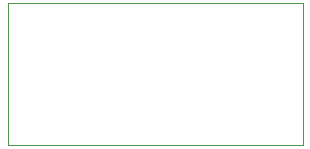
<source format=gbr>
%TF.GenerationSoftware,KiCad,Pcbnew,9.0.1*%
%TF.CreationDate,2025-05-30T03:40:45-05:00*%
%TF.ProjectId,ME433HW15,4d453433-3348-4573-9135-2e6b69636164,rev?*%
%TF.SameCoordinates,Original*%
%TF.FileFunction,Profile,NP*%
%FSLAX46Y46*%
G04 Gerber Fmt 4.6, Leading zero omitted, Abs format (unit mm)*
G04 Created by KiCad (PCBNEW 9.0.1) date 2025-05-30 03:40:45*
%MOMM*%
%LPD*%
G01*
G04 APERTURE LIST*
%TA.AperFunction,Profile*%
%ADD10C,0.050000*%
%TD*%
G04 APERTURE END LIST*
D10*
X138000000Y-106500000D02*
X163000000Y-106500000D01*
X163000000Y-118500000D01*
X138000000Y-118500000D01*
X138000000Y-106500000D01*
M02*

</source>
